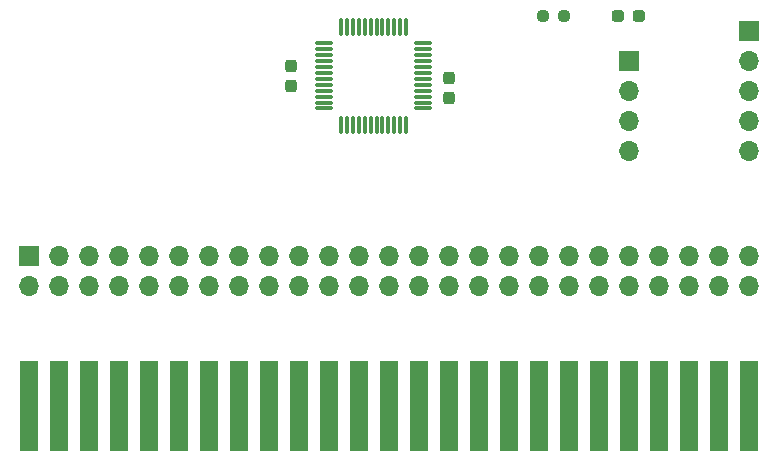
<source format=gbr>
%TF.GenerationSoftware,KiCad,Pcbnew,(6.0.6-0)*%
%TF.CreationDate,2022-10-10T02:33:12+09:00*%
%TF.ProjectId,A2E_Test,4132455f-5465-4737-942e-6b696361645f,rev?*%
%TF.SameCoordinates,Original*%
%TF.FileFunction,Soldermask,Top*%
%TF.FilePolarity,Negative*%
%FSLAX46Y46*%
G04 Gerber Fmt 4.6, Leading zero omitted, Abs format (unit mm)*
G04 Created by KiCad (PCBNEW (6.0.6-0)) date 2022-10-10 02:33:12*
%MOMM*%
%LPD*%
G01*
G04 APERTURE LIST*
G04 Aperture macros list*
%AMRoundRect*
0 Rectangle with rounded corners*
0 $1 Rounding radius*
0 $2 $3 $4 $5 $6 $7 $8 $9 X,Y pos of 4 corners*
0 Add a 4 corners polygon primitive as box body*
4,1,4,$2,$3,$4,$5,$6,$7,$8,$9,$2,$3,0*
0 Add four circle primitives for the rounded corners*
1,1,$1+$1,$2,$3*
1,1,$1+$1,$4,$5*
1,1,$1+$1,$6,$7*
1,1,$1+$1,$8,$9*
0 Add four rect primitives between the rounded corners*
20,1,$1+$1,$2,$3,$4,$5,0*
20,1,$1+$1,$4,$5,$6,$7,0*
20,1,$1+$1,$6,$7,$8,$9,0*
20,1,$1+$1,$8,$9,$2,$3,0*%
G04 Aperture macros list end*
%ADD10R,1.700000X1.700000*%
%ADD11O,1.700000X1.700000*%
%ADD12RoundRect,0.075000X0.662500X-0.075000X0.662500X0.075000X-0.662500X0.075000X-0.662500X-0.075000X0*%
%ADD13RoundRect,0.075000X0.075000X-0.662500X0.075000X0.662500X-0.075000X0.662500X-0.075000X-0.662500X0*%
%ADD14RoundRect,0.237500X0.250000X0.237500X-0.250000X0.237500X-0.250000X-0.237500X0.250000X-0.237500X0*%
%ADD15R,1.524000X7.620000*%
%ADD16RoundRect,0.237500X-0.287500X-0.237500X0.287500X-0.237500X0.287500X0.237500X-0.287500X0.237500X0*%
%ADD17RoundRect,0.237500X-0.237500X0.300000X-0.237500X-0.300000X0.237500X-0.300000X0.237500X0.300000X0*%
%ADD18RoundRect,0.237500X0.237500X-0.300000X0.237500X0.300000X-0.237500X0.300000X-0.237500X-0.300000X0*%
G04 APERTURE END LIST*
D10*
%TO.C,J2*%
X99060000Y-152400000D03*
D11*
X101600000Y-152400000D03*
X104140000Y-152400000D03*
X106680000Y-152400000D03*
X109220000Y-152400000D03*
X111760000Y-152400000D03*
X114300000Y-152400000D03*
X116840000Y-152400000D03*
X119380000Y-152400000D03*
X121920000Y-152400000D03*
X124460000Y-152400000D03*
X127000000Y-152400000D03*
X129540000Y-152400000D03*
X132080000Y-152400000D03*
X134620000Y-152400000D03*
X137160000Y-152400000D03*
X139700000Y-152400000D03*
X142240000Y-152400000D03*
X144780000Y-152400000D03*
X147320000Y-152400000D03*
X149860000Y-152400000D03*
X152400000Y-152400000D03*
X154940000Y-152400000D03*
X157480000Y-152400000D03*
X160020000Y-152400000D03*
X160020000Y-154940000D03*
X157480000Y-154940000D03*
X154940000Y-154940000D03*
X152400000Y-154940000D03*
X149860000Y-154940000D03*
X147320000Y-154940000D03*
X144780000Y-154940000D03*
X142240000Y-154940000D03*
X139700000Y-154940000D03*
X137160000Y-154940000D03*
X134620000Y-154940000D03*
X132080000Y-154940000D03*
X129540000Y-154940000D03*
X127000000Y-154940000D03*
X124460000Y-154940000D03*
X121920000Y-154940000D03*
X119380000Y-154940000D03*
X116840000Y-154940000D03*
X114300000Y-154940000D03*
X111760000Y-154940000D03*
X109220000Y-154940000D03*
X106680000Y-154940000D03*
X104140000Y-154940000D03*
X101600000Y-154940000D03*
X99060000Y-154940000D03*
%TD*%
D12*
%TO.C,U1*%
X124107500Y-139910000D03*
X124107500Y-139410000D03*
X124107500Y-138910000D03*
X124107500Y-138410000D03*
X124107500Y-137910000D03*
X124107500Y-137410000D03*
X124107500Y-136910000D03*
X124107500Y-136410000D03*
X124107500Y-135910000D03*
X124107500Y-135410000D03*
X124107500Y-134910000D03*
X124107500Y-134410000D03*
D13*
X125520000Y-132997500D03*
X126020000Y-132997500D03*
X126520000Y-132997500D03*
X127020000Y-132997500D03*
X127520000Y-132997500D03*
X128020000Y-132997500D03*
X128520000Y-132997500D03*
X129020000Y-132997500D03*
X129520000Y-132997500D03*
X130020000Y-132997500D03*
X130520000Y-132997500D03*
X131020000Y-132997500D03*
D12*
X132432500Y-134410000D03*
X132432500Y-134910000D03*
X132432500Y-135410000D03*
X132432500Y-135910000D03*
X132432500Y-136410000D03*
X132432500Y-136910000D03*
X132432500Y-137410000D03*
X132432500Y-137910000D03*
X132432500Y-138410000D03*
X132432500Y-138910000D03*
X132432500Y-139410000D03*
X132432500Y-139910000D03*
D13*
X131020000Y-141322500D03*
X130520000Y-141322500D03*
X130020000Y-141322500D03*
X129520000Y-141322500D03*
X129020000Y-141322500D03*
X128520000Y-141322500D03*
X128020000Y-141322500D03*
X127520000Y-141322500D03*
X127020000Y-141322500D03*
X126520000Y-141322500D03*
X126020000Y-141322500D03*
X125520000Y-141322500D03*
%TD*%
D14*
%TO.C,R1*%
X144422500Y-132080000D03*
X142597500Y-132080000D03*
%TD*%
D10*
%TO.C,J4*%
X160020000Y-133355000D03*
D11*
X160020000Y-135895000D03*
X160020000Y-138435000D03*
X160020000Y-140975000D03*
X160020000Y-143515000D03*
%TD*%
D10*
%TO.C,J3*%
X149860000Y-135900000D03*
D11*
X149860000Y-138440000D03*
X149860000Y-140980000D03*
X149860000Y-143520000D03*
%TD*%
D15*
%TO.C,J1*%
X99060000Y-165100000D03*
X101600000Y-165100000D03*
X104140000Y-165100000D03*
X106680000Y-165100000D03*
X109220000Y-165100000D03*
X111760000Y-165100000D03*
X114300000Y-165100000D03*
X116840000Y-165100000D03*
X119380000Y-165100000D03*
X121920000Y-165100000D03*
X124460000Y-165100000D03*
X127000000Y-165100000D03*
X129540000Y-165100000D03*
X132080000Y-165100000D03*
X134620000Y-165100000D03*
X137160000Y-165100000D03*
X139700000Y-165100000D03*
X142240000Y-165100000D03*
X144780000Y-165100000D03*
X147320000Y-165100000D03*
X149860000Y-165100000D03*
X152400000Y-165100000D03*
X154940000Y-165100000D03*
X157480000Y-165100000D03*
X160020000Y-165100000D03*
%TD*%
D16*
%TO.C,D1*%
X148985000Y-132080000D03*
X150735000Y-132080000D03*
%TD*%
D17*
%TO.C,C2*%
X121285000Y-136297500D03*
X121285000Y-138022500D03*
%TD*%
D18*
%TO.C,C1*%
X134620000Y-139038500D03*
X134620000Y-137313500D03*
%TD*%
M02*

</source>
